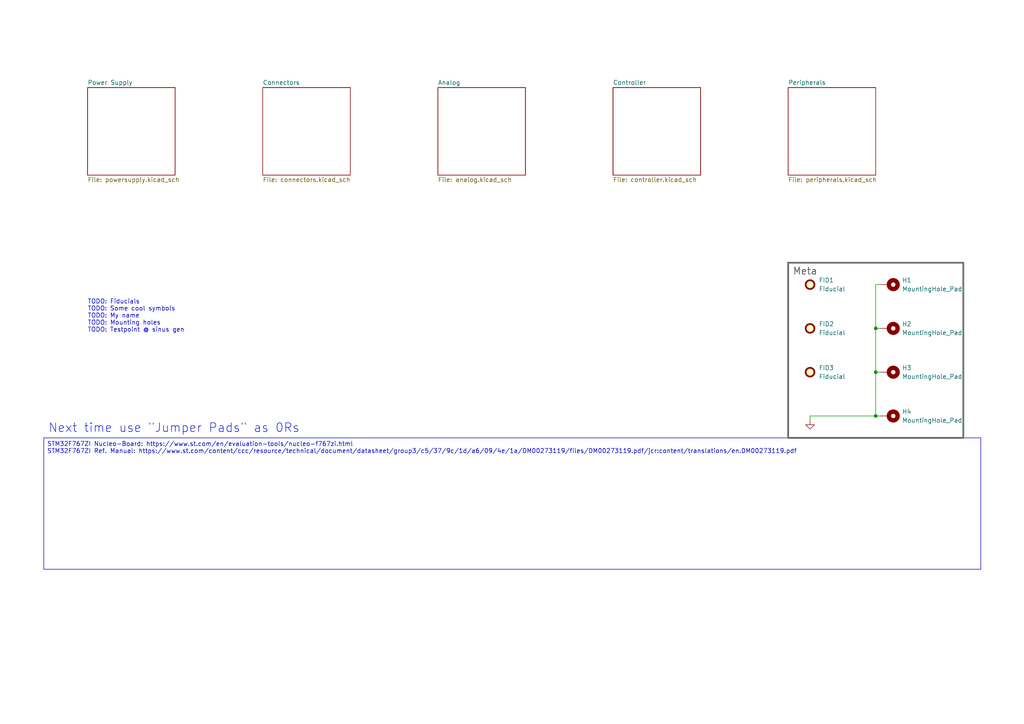
<source format=kicad_sch>
(kicad_sch (version 20230121) (generator eeschema)

  (uuid c05974a1-d9e7-44bd-b1f3-81c4ede4353c)

  (paper "A4")

  (lib_symbols
    (symbol "Mechanical:Fiducial" (in_bom yes) (on_board yes)
      (property "Reference" "FID" (at 0 5.08 0)
        (effects (font (size 1.27 1.27)))
      )
      (property "Value" "Fiducial" (at 0 3.175 0)
        (effects (font (size 1.27 1.27)))
      )
      (property "Footprint" "" (at 0 0 0)
        (effects (font (size 1.27 1.27)) hide)
      )
      (property "Datasheet" "~" (at 0 0 0)
        (effects (font (size 1.27 1.27)) hide)
      )
      (property "ki_keywords" "fiducial marker" (at 0 0 0)
        (effects (font (size 1.27 1.27)) hide)
      )
      (property "ki_description" "Fiducial Marker" (at 0 0 0)
        (effects (font (size 1.27 1.27)) hide)
      )
      (property "ki_fp_filters" "Fiducial*" (at 0 0 0)
        (effects (font (size 1.27 1.27)) hide)
      )
      (symbol "Fiducial_0_1"
        (circle (center 0 0) (radius 1.27)
          (stroke (width 0.508) (type default))
          (fill (type background))
        )
      )
    )
    (symbol "Mechanical:MountingHole_Pad" (pin_numbers hide) (pin_names (offset 1.016) hide) (in_bom yes) (on_board yes)
      (property "Reference" "H" (at 0 6.35 0)
        (effects (font (size 1.27 1.27)))
      )
      (property "Value" "MountingHole_Pad" (at 0 4.445 0)
        (effects (font (size 1.27 1.27)))
      )
      (property "Footprint" "" (at 0 0 0)
        (effects (font (size 1.27 1.27)) hide)
      )
      (property "Datasheet" "~" (at 0 0 0)
        (effects (font (size 1.27 1.27)) hide)
      )
      (property "ki_keywords" "mounting hole" (at 0 0 0)
        (effects (font (size 1.27 1.27)) hide)
      )
      (property "ki_description" "Mounting Hole with connection" (at 0 0 0)
        (effects (font (size 1.27 1.27)) hide)
      )
      (property "ki_fp_filters" "MountingHole*Pad*" (at 0 0 0)
        (effects (font (size 1.27 1.27)) hide)
      )
      (symbol "MountingHole_Pad_0_1"
        (circle (center 0 1.27) (radius 1.27)
          (stroke (width 1.27) (type default))
          (fill (type none))
        )
      )
      (symbol "MountingHole_Pad_1_1"
        (pin input line (at 0 -2.54 90) (length 2.54)
          (name "1" (effects (font (size 1.27 1.27))))
          (number "1" (effects (font (size 1.27 1.27))))
        )
      )
    )
    (symbol "power:GND" (power) (pin_names (offset 0)) (in_bom yes) (on_board yes)
      (property "Reference" "#PWR" (at 0 -6.35 0)
        (effects (font (size 1.27 1.27)) hide)
      )
      (property "Value" "GND" (at 0 -3.81 0)
        (effects (font (size 1.27 1.27)))
      )
      (property "Footprint" "" (at 0 0 0)
        (effects (font (size 1.27 1.27)) hide)
      )
      (property "Datasheet" "" (at 0 0 0)
        (effects (font (size 1.27 1.27)) hide)
      )
      (property "ki_keywords" "global power" (at 0 0 0)
        (effects (font (size 1.27 1.27)) hide)
      )
      (property "ki_description" "Power symbol creates a global label with name \"GND\" , ground" (at 0 0 0)
        (effects (font (size 1.27 1.27)) hide)
      )
      (symbol "GND_0_1"
        (polyline
          (pts
            (xy 0 0)
            (xy 0 -1.27)
            (xy 1.27 -1.27)
            (xy 0 -2.54)
            (xy -1.27 -1.27)
            (xy 0 -1.27)
          )
          (stroke (width 0) (type default))
          (fill (type none))
        )
      )
      (symbol "GND_1_1"
        (pin power_in line (at 0 0 270) (length 0) hide
          (name "GND" (effects (font (size 1.27 1.27))))
          (number "1" (effects (font (size 1.27 1.27))))
        )
      )
    )
  )

  (junction (at 254 120.65) (diameter 0) (color 0 0 0 0)
    (uuid 0bb0d7a3-c145-4c15-9808-778867a9ca26)
  )
  (junction (at 254 95.25) (diameter 0) (color 0 0 0 0)
    (uuid 681f1366-b870-4b48-88d7-5fdaacaf1d77)
  )
  (junction (at 254 107.95) (diameter 0) (color 0 0 0 0)
    (uuid 7ddbabe4-0dd0-4124-beb2-5ee07f0baf3f)
  )

  (wire (pts (xy 254 95.25) (xy 254 107.95))
    (stroke (width 0) (type default))
    (uuid 39862b58-da3f-411c-81d6-09d0abe8bddf)
  )
  (wire (pts (xy 234.95 120.65) (xy 254 120.65))
    (stroke (width 0) (type default))
    (uuid 3a733565-cf1e-4a75-8d25-8e44c6efe75d)
  )
  (wire (pts (xy 254 95.25) (xy 255.27 95.25))
    (stroke (width 0) (type default))
    (uuid 586d6432-3aaa-4edf-8057-312b7246cf88)
  )
  (wire (pts (xy 234.95 120.65) (xy 234.95 121.92))
    (stroke (width 0) (type default))
    (uuid 70c1d31f-3e00-4090-b02e-4384ff249618)
  )
  (wire (pts (xy 254 82.55) (xy 254 95.25))
    (stroke (width 0) (type default))
    (uuid a328ac6a-c63d-4813-8801-a9383c4b7f9d)
  )
  (wire (pts (xy 254 107.95) (xy 255.27 107.95))
    (stroke (width 0) (type default))
    (uuid b67721fd-3b09-403b-bd0d-e7cf6ad785c3)
  )
  (wire (pts (xy 255.27 120.65) (xy 254 120.65))
    (stroke (width 0) (type default))
    (uuid bd12e716-ff79-47cb-ba3a-3c7732e150bb)
  )
  (wire (pts (xy 254 107.95) (xy 254 120.65))
    (stroke (width 0) (type default))
    (uuid d34192a4-fbc2-402f-b799-565975d3572d)
  )
  (wire (pts (xy 254 82.55) (xy 255.27 82.55))
    (stroke (width 0) (type default))
    (uuid d3ef6e38-cd91-484c-80ae-2f76f2d30128)
  )

  (rectangle (start 228.6 76.2) (end 279.4 127)
    (stroke (width 0.5) (type default) (color 100 100 100 1))
    (fill (type none))
    (uuid 651212b1-841b-4b48-ade1-14c9442b2377)
  )

  (text_box "STM32F767ZI Nucleo-Board: https://www.st.com/en/evaluation-tools/nucleo-f767zi.html\nSTM32F767ZI Ref. Manual: https://www.st.com/content/ccc/resource/technical/document/datasheet/group3/c5/37/9c/1d/a6/09/4e/1a/DM00273119/files/DM00273119.pdf/jcr:content/translations/en.DM00273119.pdf"
    (at 12.7 127 0) (size 271.78 38.1)
    (stroke (width 0) (type default))
    (fill (type none))
    (effects (font (size 1.27 1.27)) (justify left top))
    (uuid 87757b70-4255-477e-9f5c-8ce5dc9a6428)
  )

  (text "TODO: Fiducials\nTODO: Some cool symbols\nTODO: My name\nTODO: Mounting holes\nTODO: Testpoint @ sinus gen\n"
    (at 25.4 96.52 0)
    (effects (font (size 1.27 1.27)) (justify left bottom))
    (uuid 25f30552-cb31-42c3-bd71-3fa071a45fa4)
  )
  (text "Meta" (at 229.87 80.01 0)
    (effects (font (size 2 2) (thickness 0.254) bold (color 100 100 100 1)) (justify left bottom))
    (uuid 48693ab2-4efd-40ae-acb2-e149ccbbab1e)
  )
  (text "Next time use \"Jumper Pads\" as 0Rs" (at 13.97 125.73 0)
    (effects (font (size 2.54 2.54)) (justify left bottom))
    (uuid 78951f9d-1e2c-4c0f-8cc9-e199e9588c2e)
  )

  (symbol (lib_id "Mechanical:MountingHole_Pad") (at 257.81 107.95 270) (unit 1)
    (in_bom yes) (on_board yes) (dnp no) (fields_autoplaced)
    (uuid 029bf919-cf7a-4744-85c7-4776838a9d31)
    (property "Reference" "H3" (at 261.62 106.68 90)
      (effects (font (size 1.27 1.27)) (justify left))
    )
    (property "Value" "MountingHole_Pad" (at 261.62 109.22 90)
      (effects (font (size 1.27 1.27)) (justify left))
    )
    (property "Footprint" "MountingHole:MountingHole_3.2mm_M3_DIN965_Pad" (at 257.81 107.95 0)
      (effects (font (size 1.27 1.27)) hide)
    )
    (property "Datasheet" "~" (at 257.81 107.95 0)
      (effects (font (size 1.27 1.27)) hide)
    )
    (pin "1" (uuid 91051aae-7f2f-4079-b084-64ca7d51daac))
    (instances
      (project "schneidbrett"
        (path "/c05974a1-d9e7-44bd-b1f3-81c4ede4353c"
          (reference "H3") (unit 1)
        )
      )
    )
  )

  (symbol (lib_id "power:GND") (at 234.95 121.92 0) (unit 1)
    (in_bom yes) (on_board yes) (dnp no)
    (uuid 0c5ed467-303f-4825-9254-0bd61f3a7035)
    (property "Reference" "#PWR01" (at 234.95 128.27 0)
      (effects (font (size 1.27 1.27)) hide)
    )
    (property "Value" "GND" (at 234.95 125.73 0)
      (effects (font (size 1.27 1.27)) hide)
    )
    (property "Footprint" "" (at 234.95 121.92 0)
      (effects (font (size 1.27 1.27)) hide)
    )
    (property "Datasheet" "" (at 234.95 121.92 0)
      (effects (font (size 1.27 1.27)) hide)
    )
    (pin "1" (uuid da17f40a-7722-4777-9de2-4e95f6710db5))
    (instances
      (project "schneidbrett"
        (path "/c05974a1-d9e7-44bd-b1f3-81c4ede4353c/da9dc77a-338b-4041-8f25-64336dd43b9e"
          (reference "#PWR01") (unit 1)
        )
        (path "/c05974a1-d9e7-44bd-b1f3-81c4ede4353c/86ba3294-cf4a-47ab-b34c-9be2b0ce2123"
          (reference "#PWR04") (unit 1)
        )
        (path "/c05974a1-d9e7-44bd-b1f3-81c4ede4353c"
          (reference "#PWR050") (unit 1)
        )
      )
    )
  )

  (symbol (lib_id "Mechanical:MountingHole_Pad") (at 257.81 82.55 270) (unit 1)
    (in_bom yes) (on_board yes) (dnp no) (fields_autoplaced)
    (uuid 1bc12a3a-030a-42a1-8f16-29e041fe2b31)
    (property "Reference" "H1" (at 261.62 81.28 90)
      (effects (font (size 1.27 1.27)) (justify left))
    )
    (property "Value" "MountingHole_Pad" (at 261.62 83.82 90)
      (effects (font (size 1.27 1.27)) (justify left))
    )
    (property "Footprint" "MountingHole:MountingHole_3.2mm_M3_DIN965_Pad" (at 257.81 82.55 0)
      (effects (font (size 1.27 1.27)) hide)
    )
    (property "Datasheet" "~" (at 257.81 82.55 0)
      (effects (font (size 1.27 1.27)) hide)
    )
    (pin "1" (uuid f0d1a3bd-9453-4ec2-a404-51010d7c4733))
    (instances
      (project "schneidbrett"
        (path "/c05974a1-d9e7-44bd-b1f3-81c4ede4353c"
          (reference "H1") (unit 1)
        )
      )
    )
  )

  (symbol (lib_id "Mechanical:Fiducial") (at 234.95 107.95 0) (unit 1)
    (in_bom yes) (on_board yes) (dnp no) (fields_autoplaced)
    (uuid 2d5a7875-b1b7-4565-9522-7c152d56e3a5)
    (property "Reference" "FID3" (at 237.49 106.68 0)
      (effects (font (size 1.27 1.27)) (justify left))
    )
    (property "Value" "Fiducial" (at 237.49 109.22 0)
      (effects (font (size 1.27 1.27)) (justify left))
    )
    (property "Footprint" "Fiducial:Fiducial_0.75mm_Mask2.25mm" (at 234.95 107.95 0)
      (effects (font (size 1.27 1.27)) hide)
    )
    (property "Datasheet" "~" (at 234.95 107.95 0)
      (effects (font (size 1.27 1.27)) hide)
    )
    (instances
      (project "schneidbrett"
        (path "/c05974a1-d9e7-44bd-b1f3-81c4ede4353c"
          (reference "FID3") (unit 1)
        )
      )
    )
  )

  (symbol (lib_id "Mechanical:Fiducial") (at 234.95 95.25 0) (unit 1)
    (in_bom yes) (on_board yes) (dnp no) (fields_autoplaced)
    (uuid 710430b7-b38d-4257-a73b-686c278d9e55)
    (property "Reference" "FID2" (at 237.49 93.98 0)
      (effects (font (size 1.27 1.27)) (justify left))
    )
    (property "Value" "Fiducial" (at 237.49 96.52 0)
      (effects (font (size 1.27 1.27)) (justify left))
    )
    (property "Footprint" "Fiducial:Fiducial_0.75mm_Mask2.25mm" (at 234.95 95.25 0)
      (effects (font (size 1.27 1.27)) hide)
    )
    (property "Datasheet" "~" (at 234.95 95.25 0)
      (effects (font (size 1.27 1.27)) hide)
    )
    (instances
      (project "schneidbrett"
        (path "/c05974a1-d9e7-44bd-b1f3-81c4ede4353c"
          (reference "FID2") (unit 1)
        )
      )
    )
  )

  (symbol (lib_id "Mechanical:Fiducial") (at 234.95 82.55 0) (unit 1)
    (in_bom yes) (on_board yes) (dnp no) (fields_autoplaced)
    (uuid e422fdb8-8773-404d-9b03-c6277432a935)
    (property "Reference" "FID1" (at 237.49 81.28 0)
      (effects (font (size 1.27 1.27)) (justify left))
    )
    (property "Value" "Fiducial" (at 237.49 83.82 0)
      (effects (font (size 1.27 1.27)) (justify left))
    )
    (property "Footprint" "Fiducial:Fiducial_0.75mm_Mask2.25mm" (at 234.95 82.55 0)
      (effects (font (size 1.27 1.27)) hide)
    )
    (property "Datasheet" "~" (at 234.95 82.55 0)
      (effects (font (size 1.27 1.27)) hide)
    )
    (instances
      (project "schneidbrett"
        (path "/c05974a1-d9e7-44bd-b1f3-81c4ede4353c"
          (reference "FID1") (unit 1)
        )
      )
    )
  )

  (symbol (lib_id "Mechanical:MountingHole_Pad") (at 257.81 95.25 270) (unit 1)
    (in_bom yes) (on_board yes) (dnp no) (fields_autoplaced)
    (uuid edc50ade-f58e-4acd-b6f3-25e96aef4170)
    (property "Reference" "H2" (at 261.62 93.98 90)
      (effects (font (size 1.27 1.27)) (justify left))
    )
    (property "Value" "MountingHole_Pad" (at 261.62 96.52 90)
      (effects (font (size 1.27 1.27)) (justify left))
    )
    (property "Footprint" "MountingHole:MountingHole_3.2mm_M3_DIN965_Pad" (at 257.81 95.25 0)
      (effects (font (size 1.27 1.27)) hide)
    )
    (property "Datasheet" "~" (at 257.81 95.25 0)
      (effects (font (size 1.27 1.27)) hide)
    )
    (pin "1" (uuid 8454872e-391d-4496-aac1-0923feca4429))
    (instances
      (project "schneidbrett"
        (path "/c05974a1-d9e7-44bd-b1f3-81c4ede4353c"
          (reference "H2") (unit 1)
        )
      )
    )
  )

  (symbol (lib_id "Mechanical:MountingHole_Pad") (at 257.81 120.65 270) (unit 1)
    (in_bom yes) (on_board yes) (dnp no) (fields_autoplaced)
    (uuid fe8c2f37-bbdb-41e2-99d5-938c8aaad90b)
    (property "Reference" "H4" (at 261.62 119.38 90)
      (effects (font (size 1.27 1.27)) (justify left))
    )
    (property "Value" "MountingHole_Pad" (at 261.62 121.92 90)
      (effects (font (size 1.27 1.27)) (justify left))
    )
    (property "Footprint" "MountingHole:MountingHole_3.2mm_M3_DIN965_Pad" (at 257.81 120.65 0)
      (effects (font (size 1.27 1.27)) hide)
    )
    (property "Datasheet" "~" (at 257.81 120.65 0)
      (effects (font (size 1.27 1.27)) hide)
    )
    (pin "1" (uuid 61834b36-ad3f-4a73-8f57-bcae3bc7f6d9))
    (instances
      (project "schneidbrett"
        (path "/c05974a1-d9e7-44bd-b1f3-81c4ede4353c"
          (reference "H4") (unit 1)
        )
      )
    )
  )

  (sheet (at 228.6 25.4) (size 25.4 25.4) (fields_autoplaced)
    (stroke (width 0.1524) (type solid))
    (fill (color 0 0 0 0.0000))
    (uuid 2a648d2c-1a2b-4b6d-8bf0-9f73c0ceef94)
    (property "Sheetname" "Peripherals" (at 228.6 24.6884 0)
      (effects (font (size 1.27 1.27)) (justify left bottom))
    )
    (property "Sheetfile" "peripherals.kicad_sch" (at 228.6 51.3846 0)
      (effects (font (size 1.27 1.27)) (justify left top))
    )
    (instances
      (project "schneidbrett"
        (path "/c05974a1-d9e7-44bd-b1f3-81c4ede4353c" (page "6"))
      )
    )
  )

  (sheet (at 25.4 25.4) (size 25.4 25.4) (fields_autoplaced)
    (stroke (width 0.1524) (type solid))
    (fill (color 0 0 0 0.0000))
    (uuid 86ba3294-cf4a-47ab-b34c-9be2b0ce2123)
    (property "Sheetname" "Power Supply" (at 25.4 24.6884 0)
      (effects (font (size 1.27 1.27)) (justify left bottom))
    )
    (property "Sheetfile" "powersupply.kicad_sch" (at 25.4 51.3846 0)
      (effects (font (size 1.27 1.27)) (justify left top))
    )
    (instances
      (project "schneidbrett"
        (path "/c05974a1-d9e7-44bd-b1f3-81c4ede4353c" (page "2"))
      )
    )
  )

  (sheet (at 127 25.4) (size 25.4 25.4) (fields_autoplaced)
    (stroke (width 0.1524) (type solid))
    (fill (color 0 0 0 0.0000))
    (uuid 88b5b5f9-c416-4523-9e04-323b913d1bb0)
    (property "Sheetname" "Analog" (at 127 24.6884 0)
      (effects (font (size 1.27 1.27)) (justify left bottom))
    )
    (property "Sheetfile" "analog.kicad_sch" (at 127 51.3846 0)
      (effects (font (size 1.27 1.27)) (justify left top))
    )
    (instances
      (project "schneidbrett"
        (path "/c05974a1-d9e7-44bd-b1f3-81c4ede4353c" (page "4"))
      )
    )
  )

  (sheet (at 177.8 25.4) (size 25.4 25.4) (fields_autoplaced)
    (stroke (width 0.1524) (type solid))
    (fill (color 0 0 0 0.0000))
    (uuid b0bd55ef-d145-4fa7-a843-05d41e852979)
    (property "Sheetname" "Controller" (at 177.8 24.6884 0)
      (effects (font (size 1.27 1.27)) (justify left bottom))
    )
    (property "Sheetfile" "controller.kicad_sch" (at 177.8 51.3846 0)
      (effects (font (size 1.27 1.27)) (justify left top))
    )
    (instances
      (project "schneidbrett"
        (path "/c05974a1-d9e7-44bd-b1f3-81c4ede4353c" (page "5"))
      )
    )
  )

  (sheet (at 76.2 25.4) (size 25.4 25.4) (fields_autoplaced)
    (stroke (width 0.1524) (type solid))
    (fill (color 0 0 0 0.0000))
    (uuid da9dc77a-338b-4041-8f25-64336dd43b9e)
    (property "Sheetname" "Connectors" (at 76.2 24.6884 0)
      (effects (font (size 1.27 1.27)) (justify left bottom))
    )
    (property "Sheetfile" "connectors.kicad_sch" (at 76.2 51.3846 0)
      (effects (font (size 1.27 1.27)) (justify left top))
    )
    (instances
      (project "schneidbrett"
        (path "/c05974a1-d9e7-44bd-b1f3-81c4ede4353c" (page "3"))
      )
    )
  )

  (sheet_instances
    (path "/" (page "1"))
  )
)

</source>
